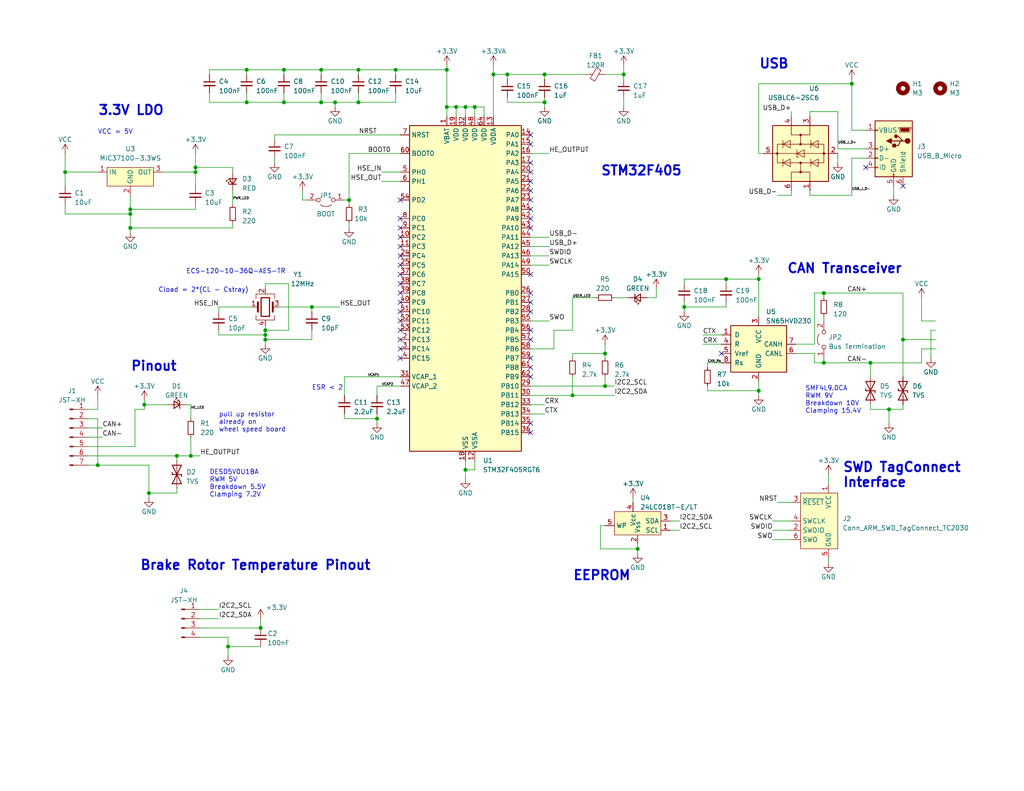
<source format=kicad_sch>
(kicad_sch (version 20231120) (generator "eeschema") (generator_version "8.0")
  (paper "USLetter")
  (title_block (title "SDM-25 Wheel Board") (date "2024-01-16") (rev "v1.2") (company "Sun Devil Motorsports"))
  (lib_symbols
    (symbol "Connector:Conn_01x04_Pin" (pin_names (offset 1.016) hide)
      (property "Reference" "J" (at 0 5.08 0))
      (property "Value" "Conn_01x04_Pin" (at 0 -7.62 0))
      (symbol "Conn_01x04_Pin_1_1"
        (pin passive line (at 5.08 2.54 180) (length 3.81) (name "Pin_1") (number "1"))
        (pin passive line (at 5.08 0 180) (length 3.81) (name "Pin_2") (number "2"))
        (pin passive line (at 5.08 -2.54 180) (length 3.81) (name "Pin_3") (number "3"))
        (pin passive line (at 5.08 -5.08 180) (length 3.81) (name "Pin_4") (number "4"))
      )
    )
    (symbol "Connector:Conn_01x07_Pin" (pin_names (offset 1.016) hide)
      (property "Reference" "J" (at 0 10.16 0))
      (property "Value" "Conn_01x07_Pin" (at 0 -10.16 0))
      (symbol "Conn_01x07_Pin_1_1"
        (pin passive line (at 5.08 7.62 180) (length 3.81) (name "Pin_1") (number "1"))
        (pin passive line (at 5.08 5.08 180) (length 3.81) (name "Pin_2") (number "2"))
        (pin passive line (at 5.08 2.54 180) (length 3.81) (name "Pin_3") (number "3"))
        (pin passive line (at 5.08 0 180) (length 3.81) (name "Pin_4") (number "4"))
        (pin passive line (at 5.08 -2.54 180) (length 3.81) (name "Pin_5") (number "5"))
        (pin passive line (at 5.08 -5.08 180) (length 3.81) (name "Pin_6") (number "6"))
        (pin passive line (at 5.08 -7.62 180) (length 3.81) (name "Pin_7") (number "7"))
      )
    )
    (symbol "Connector:Conn_ARM_SWD_TagConnect_TC2030" (in_bom no)
      (property "Reference" "J" (at 2.54 11.43 0))
      (property "Value" "Conn_ARM_SWD_TagConnect_TC2030" (at 5.08 8.89 0))
      (symbol "Conn_ARM_SWD_TagConnect_TC2030_0_0"
        (pin power_in line (at -2.54 10.16 270) (length 2.54) (name "VCC") (number "1"))
        (pin bidirectional line (at 7.62 -2.54 180) (length 2.54) (name "SWDIO") (number "2"))
        (pin open_collector line (at 7.62 5.08 180) (length 2.54) (name "~{RESET}") (number "3"))
        (pin output line (at 7.62 0 180) (length 2.54) (name "SWCLK") (number "4"))
        (pin power_in line (at -2.54 -10.16 90) (length 2.54) (name "GND") (number "5"))
        (pin input line (at 7.62 -5.08 180) (length 2.54) (name "SWO") (number "6"))
      )
    )
    (symbol "Connector:USB_B_Micro" (pin_names (offset 1.016))
      (property "Reference" "J" (at -5.08 11.43 0))
      (property "Value" "USB_B_Micro" (at -5.08 8.89 0))
      (symbol "USB_B_Micro_1_1"
        (pin power_out line (at 7.62 5.08 180) (length 2.54) (name "VBUS") (number "1"))
        (pin bidirectional line (at 7.62 -2.54 180) (length 2.54) (name "D-") (number "2"))
        (pin bidirectional line (at 7.62 0 180) (length 2.54) (name "D+") (number "3"))
        (pin passive line (at 7.62 -5.08 180) (length 2.54) (name "ID") (number "4"))
        (pin power_out line (at 0 -10.16 90) (length 2.54) (name "GND") (number "5"))
        (pin passive line (at -2.54 -10.16 90) (length 2.54) (name "Shield") (number "6"))
      )
    )
    (symbol "Device:C_Small" (pin_numbers hide) (pin_names (offset 0.254) hide)
      (property "Reference" "C" (at 0.254 1.778 0))
      (property "Value" "C_Small" (at 0.254 -2.032 0))
      (symbol "C_Small_1_1"
        (pin passive line (at 0 2.54 270) (length 2.032) (name "~") (number "1"))
        (pin passive line (at 0 -2.54 90) (length 2.032) (name "~") (number "2"))
      )
    )
    (symbol "Device:Crystal_GND24" (pin_names (offset 1.016) hide)
      (property "Reference" "Y" (at 3.175 5.08 0))
      (property "Value" "Crystal_GND24" (at 3.175 3.175 0))
      (symbol "Crystal_GND24_1_1"
        (pin passive line (at -3.81 0 0) (length 1.27) (name "1") (number "1"))
        (pin passive line (at 0 5.08 270) (length 1.27) (name "2") (number "2"))
        (pin passive line (at 3.81 0 180) (length 1.27) (name "3") (number "3"))
        (pin passive line (at 0 -5.08 90) (length 1.27) (name "4") (number "4"))
      )
    )
    (symbol "Device:D_TVS" (pin_numbers hide) (pin_names (offset 1.016) hide)
      (property "Reference" "D" (at 0 2.54 0))
      (property "Value" "D_TVS" (at 0 -2.54 0))
      (symbol "D_TVS_1_1"
        (pin passive line (at -3.81 0 0) (length 2.54) (name "A1") (number "1"))
        (pin passive line (at 3.81 0 180) (length 2.54) (name "A2") (number "2"))
      )
    )
    (symbol "Device:FerriteBead_Small" (pin_numbers hide) (pin_names (offset 0))
      (property "Reference" "FB" (at 1.905 1.27 0))
      (property "Value" "FerriteBead_Small" (at 1.905 -1.27 0))
      (symbol "FerriteBead_Small_1_1"
        (pin passive line (at 0 2.54 270) (length 1.27) (name "~") (number "1"))
        (pin passive line (at 0 -2.54 90) (length 1.27) (name "~") (number "2"))
      )
    )
    (symbol "Device:LED_Small" (pin_numbers hide) (pin_names (offset 0.254) hide)
      (property "Reference" "D" (at -1.27 3.175 0))
      (property "Value" "LED_Small" (at -4.445 -2.54 0))
      (symbol "LED_Small_1_1"
        (pin passive line (at -2.54 0 0) (length 1.778) (name "K") (number "1"))
        (pin passive line (at 2.54 0 180) (length 1.778) (name "A") (number "2"))
      )
    )
    (symbol "Device:R_Small" (pin_numbers hide) (pin_names (offset 0.254) hide)
      (property "Reference" "R" (at 0.762 0.508 0))
      (property "Value" "R_Small" (at 0.762 -1.016 0))
      (symbol "R_Small_1_1"
        (pin passive line (at 0 2.54 270) (length 0.762) (name "~") (number "1"))
        (pin passive line (at 0 -2.54 90) (length 0.762) (name "~") (number "2"))
      )
    )
    (symbol "Interface_CAN_LIN:SN65HVD230" (pin_names (offset 1.016))
      (property "Reference" "U" (at -2.54 10.16 0))
      (property "Value" "SN65HVD230" (at -2.54 7.62 0))
      (symbol "SN65HVD230_1_1"
        (pin input line (at -10.16 2.54 0) (length 2.54) (name "D") (number "1"))
        (pin power_in line (at 0 -10.16 90) (length 2.54) (name "GND") (number "2"))
        (pin power_in line (at 0 7.62 270) (length 2.54) (name "VCC") (number "3"))
        (pin output line (at -10.16 0 0) (length 2.54) (name "R") (number "4"))
        (pin output line (at -10.16 -2.54 0) (length 2.54) (name "Vref") (number "5"))
        (pin bidirectional line (at 10.16 -2.54 180) (length 2.54) (name "CANL") (number "6"))
        (pin bidirectional line (at 10.16 0 180) (length 2.54) (name "CANH") (number "7"))
        (pin input line (at -10.16 -5.08 0) (length 2.54) (name "Rs") (number "8"))
      )
    )
    (symbol "Jumper:Jumper_2_Open" (pin_names (offset 0) hide)
      (property "Reference" "JP" (at 0 2.794 0))
      (property "Value" "Jumper_2_Open" (at 0 -2.286 0))
      (symbol "Jumper_2_Open_1_1"
        (pin passive line (at -5.08 0 0) (length 2.54) (name "A") (number "1"))
        (pin passive line (at 5.08 0 180) (length 2.54) (name "B") (number "2"))
      )
    )
    (symbol "Library:24LC01BT-x/LT"
      (property "Reference" "U" (at 5.08 1.27 0))
      (property "Value" "24LC01BT-x/LT" (at 10.16 -1.27 0))
      (symbol "24LC01BT-x/LT_1_1"
        (pin input line (at 8.89 -7.62 180) (length 2.54) (name "SCL") (number "1"))
        (pin power_in line (at 0 -11.43 90) (length 2.54) (name "Vss") (number "2"))
        (pin bidirectional line (at 8.89 -5.08 180) (length 2.54) (name "SDA") (number "3"))
        (pin power_in line (at -1.27 0 270) (length 2.54) (name "Vcc") (number "4"))
        (pin input line (at -8.89 -6.35 0) (length 2.54) (name "WP") (number "5"))
      )
    )
    (symbol "Library:MIC37100-3.3WS"
      (property "Reference" "U" (at 0 1.27 0))
      (property "Value" "MIC37100-3.3WS" (at 0 -1.27 0))
      (symbol "MIC37100-3.3WS_1_1"
        (pin power_in line (at -8.89 -3.81 0) (length 2.54) (name "IN") (number "1"))
        (pin power_in line (at 0 -10.16 90) (length 2.54) (name "GND") (number "2"))
        (pin power_out line (at 8.89 -3.81 180) (length 2.54) (name "OUT") (number "3"))
      )
    )
    (symbol "MCU_ST_STM32F4:STM32F405RGTx"
      (property "Reference" "U" (at -15.24 46.99 0))
      (property "Value" "STM32F405RGTx" (at 10.16 46.99 0))
      (symbol "STM32F405RGTx_1_1"
        (pin power_in line (at -5.08 48.26 270) (length 2.54) (name "VBAT") (number "1"))
        (pin bidirectional line (at -17.78 15.24 0) (length 2.54) (name "PC2") (number "10"))
        (pin bidirectional line (at -17.78 12.7 0) (length 2.54) (name "PC3") (number "11"))
        (pin power_in line (at 2.54 -45.72 90) (length 2.54) (name "VSSA") (number "12"))
        (pin power_in line (at 7.62 48.26 270) (length 2.54) (name "VDDA") (number "13"))
        (pin bidirectional line (at 17.78 43.18 180) (length 2.54) (name "PA0") (number "14"))
        (pin bidirectional line (at 17.78 40.64 180) (length 2.54) (name "PA1") (number "15"))
        (pin bidirectional line (at 17.78 38.1 180) (length 2.54) (name "PA2") (number "16"))
        (pin bidirectional line (at 17.78 35.56 180) (length 2.54) (name "PA3") (number "17"))
        (pin power_in line (at 0 -45.72 90) (length 2.54) (name "VSS") (number "18"))
        (pin power_in line (at -2.54 48.26 270) (length 2.54) (name "VDD") (number "19"))
        (pin bidirectional line (at -17.78 -12.7 0) (length 2.54) (name "PC13") (number "2"))
        (pin bidirectional line (at 17.78 33.02 180) (length 2.54) (name "PA4") (number "20"))
        (pin bidirectional line (at 17.78 30.48 180) (length 2.54) (name "PA5") (number "21"))
        (pin bidirectional line (at 17.78 27.94 180) (length 2.54) (name "PA6") (number "22"))
        (pin bidirectional line (at 17.78 25.4 180) (length 2.54) (name "PA7") (number "23"))
        (pin bidirectional line (at -17.78 10.16 0) (length 2.54) (name "PC4") (number "24"))
        (pin bidirectional line (at -17.78 7.62 0) (length 2.54) (name "PC5") (number "25"))
        (pin bidirectional line (at 17.78 0 180) (length 2.54) (name "PB0") (number "26"))
        (pin bidirectional line (at 17.78 -2.54 180) (length 2.54) (name "PB1") (number "27"))
        (pin bidirectional line (at 17.78 -5.08 180) (length 2.54) (name "PB2") (number "28"))
        (pin bidirectional line (at 17.78 -25.4 180) (length 2.54) (name "PB10") (number "29"))
        (pin bidirectional line (at -17.78 -15.24 0) (length 2.54) (name "PC14") (number "3"))
        (pin bidirectional line (at 17.78 -27.94 180) (length 2.54) (name "PB11") (number "30"))
        (pin power_out line (at -17.78 -22.86 0) (length 2.54) (name "VCAP_1") (number "31"))
        (pin power_in line (at 0 48.26 270) (length 2.54) (name "VDD") (number "32"))
        (pin bidirectional line (at 17.78 -30.48 180) (length 2.54) (name "PB12") (number "33"))
        (pin bidirectional line (at 17.78 -33.02 180) (length 2.54) (name "PB13") (number "34"))
        (pin bidirectional line (at 17.78 -35.56 180) (length 2.54) (name "PB14") (number "35"))
        (pin bidirectional line (at 17.78 -38.1 180) (length 2.54) (name "PB15") (number "36"))
        (pin bidirectional line (at -17.78 5.08 0) (length 2.54) (name "PC6") (number "37"))
        (pin bidirectional line (at -17.78 2.54 0) (length 2.54) (name "PC7") (number "38"))
        (pin bidirectional line (at -17.78 0 0) (length 2.54) (name "PC8") (number "39"))
        (pin bidirectional line (at -17.78 -17.78 0) (length 2.54) (name "PC15") (number "4"))
        (pin bidirectional line (at -17.78 -2.54 0) (length 2.54) (name "PC9") (number "40"))
        (pin bidirectional line (at 17.78 22.86 180) (length 2.54) (name "PA8") (number "41"))
        (pin bidirectional line (at 17.78 20.32 180) (length 2.54) (name "PA9") (number "42"))
        (pin bidirectional line (at 17.78 17.78 180) (length 2.54) (name "PA10") (number "43"))
        (pin bidirectional line (at 17.78 15.24 180) (length 2.54) (name "PA11") (number "44"))
        (pin bidirectional line (at 17.78 12.7 180) (length 2.54) (name "PA12") (number "45"))
        (pin bidirectional line (at 17.78 10.16 180) (length 2.54) (name "PA13") (number "46"))
        (pin power_out line (at -17.78 -25.4 0) (length 2.54) (name "VCAP_2") (number "47"))
        (pin power_in line (at 2.54 48.26 270) (length 2.54) (name "VDD") (number "48"))
        (pin bidirectional line (at 17.78 7.62 180) (length 2.54) (name "PA14") (number "49"))
        (pin bidirectional line (at -17.78 33.02 0) (length 2.54) (name "PH0") (number "5"))
        (pin bidirectional line (at 17.78 5.08 180) (length 2.54) (name "PA15") (number "50"))
        (pin bidirectional line (at -17.78 -5.08 0) (length 2.54) (name "PC10") (number "51"))
        (pin bidirectional line (at -17.78 -7.62 0) (length 2.54) (name "PC11") (number "52"))
        (pin bidirectional line (at -17.78 -10.16 0) (length 2.54) (name "PC12") (number "53"))
        (pin bidirectional line (at -17.78 25.4 0) (length 2.54) (name "PD2") (number "54"))
        (pin bidirectional line (at 17.78 -7.62 180) (length 2.54) (name "PB3") (number "55"))
        (pin bidirectional line (at 17.78 -10.16 180) (length 2.54) (name "PB4") (number "56"))
        (pin bidirectional line (at 17.78 -12.7 180) (length 2.54) (name "PB5") (number "57"))
        (pin bidirectional line (at 17.78 -15.24 180) (length 2.54) (name "PB6") (number "58"))
        (pin bidirectional line (at 17.78 -17.78 180) (length 2.54) (name "PB7") (number "59"))
        (pin bidirectional line (at -17.78 30.48 0) (length 2.54) (name "PH1") (number "6"))
        (pin input line (at -17.78 38.1 0) (length 2.54) (name "BOOT0") (number "60"))
        (pin bidirectional line (at 17.78 -20.32 180) (length 2.54) (name "PB8") (number "61"))
        (pin bidirectional line (at 17.78 -22.86 180) (length 2.54) (name "PB9") (number "62"))
        (pin passive line (at 0 -45.72 90) (length 2.54) hide (name "VSS") (number "63"))
        (pin power_in line (at 5.08 48.26 270) (length 2.54) (name "VDD") (number "64"))
        (pin input line (at -17.78 43.18 0) (length 2.54) (name "NRST") (number "7"))
        (pin bidirectional line (at -17.78 20.32 0) (length 2.54) (name "PC0") (number "8"))
        (pin bidirectional line (at -17.78 17.78 0) (length 2.54) (name "PC1") (number "9"))
      )
    )
    (symbol "Mechanical:MountingHole" (pin_names (offset 1.016))
      (property "Reference" "H" (at 0 5.08 0))
      (property "Value" "MountingHole" (at 0 3.175 0))
    )
    (symbol "Power_Protection:USBLC6-2SC6" (pin_names hide)
      (property "Reference" "U" (at 2.54 8.89 0))
      (property "Value" "USBLC6-2SC6" (at 2.54 -8.89 0))
      (symbol "USBLC6-2SC6_1_1"
        (pin passive line (at -10.16 -2.54 0) (length 2.54) (name "I/O1") (number "1"))
        (pin passive line (at 0 -10.16 90) (length 2.54) (name "GND") (number "2"))
        (pin passive line (at 10.16 -2.54 180) (length 2.54) (name "I/O2") (number "3"))
        (pin passive line (at 10.16 2.54 180) (length 2.54) (name "I/O2") (number "4"))
        (pin passive line (at 0 10.16 270) (length 2.54) (name "VBUS") (number "5"))
        (pin passive line (at -10.16 2.54 0) (length 2.54) (name "I/O1") (number "6"))
      )
    )
    (symbol "power:+3.3V" (power) (pin_names (offset 0))
      (property "Value" "+3.3V" (at 0 3.556 0))
      (symbol "+3.3V_1_1"
        (pin power_in line (at 0 0 90) (length 0) hide (name "+3.3V") (number "1"))
      )
    )
    (symbol "power:+3.3VA" (power) (pin_names (offset 0))
      (property "Value" "+3.3VA" (at 0 3.556 0))
      (symbol "+3.3VA_1_1"
        (pin power_in line (at 0 0 90) (length 0) hide (name "+3.3VA") (number "1"))
      )
    )
    (symbol "power:GND" (power) (pin_names (offset 0))
      (property "Value" "GND" (at 0 -3.81 0))
      (symbol "GND_1_1"
        (pin power_in line (at 0 0 270) (length 0) hide (name "GND") (number "1"))
      )
    )
    (symbol "power:VCC" (power) (pin_names (offset 0))
      (property "Value" "VCC" (at 0 3.81 0))
      (symbol "VCC_1_1"
        (pin power_in line (at 0 0 90) (length 0) hide (name "VCC") (number "1"))
      )
    )
  )
  (junction (at 237.49 99.06))
  (junction (at 170.18 20.32))
  (junction (at 87.63 19.05))
  (junction (at 207.01 106.68))
  (junction (at 134.62 20.32))
  (junction (at 232.41 22.86))
  (junction (at 71.12 171.45))
  (junction (at 17.78 46.99))
  (junction (at 165.1 96.52))
  (junction (at 246.38 92.71))
  (junction (at 48.26 124.46))
  (junction (at 186.69 83.82))
  (junction (at 91.44 27.94))
  (junction (at 39.37 110.49))
  (junction (at 35.56 58.42))
  (junction (at 52.07 124.46))
  (junction (at 72.39 92.71))
  (junction (at 242.57 111.76))
  (junction (at 121.92 29.21))
  (junction (at 53.34 46.99))
  (junction (at 62.23 176.53))
  (junction (at 102.87 114.3))
  (junction (at 85.09 83.82))
  (junction (at 97.79 19.05))
  (junction (at 72.39 90.17))
  (junction (at 97.79 27.94))
  (junction (at 198.12 76.2))
  (junction (at 207.01 76.2))
  (junction (at 35.56 62.23))
  (junction (at 35.56 57.15))
  (junction (at 156.21 107.95))
  (junction (at 224.79 80.01))
  (junction (at 165.1 105.41))
  (junction (at 67.31 27.94))
  (junction (at 148.59 20.32))
  (junction (at 72.39 91.44))
  (junction (at 77.47 27.94))
  (junction (at 127 128.27))
  (junction (at 87.63 27.94))
  (junction (at 124.46 29.21))
  (junction (at 127 29.21))
  (junction (at 40.64 134.62))
  (junction (at 67.31 19.05))
  (junction (at 107.95 19.05))
  (junction (at 53.34 45.72))
  (junction (at 224.79 99.06))
  (junction (at 26.67 127))
  (junction (at 173.99 149.86))
  (junction (at 121.92 19.05))
  (junction (at 138.43 20.32))
  (junction (at 148.59 27.94))
  (junction (at 77.47 19.05))
  (junction (at 129.54 29.21))
  (junction (at 95.25 54.61))
  (no_connect (at 109.22 72.39))
  (no_connect (at 144.78 46.99))
  (no_connect (at 144.78 118.11))
  (no_connect (at 144.78 82.55))
  (no_connect (at 109.22 69.85))
  (no_connect (at 109.22 85.09))
  (no_connect (at 144.78 92.71))
  (no_connect (at 144.78 54.61))
  (no_connect (at 109.22 77.47))
  (no_connect (at 144.78 52.07))
  (no_connect (at 109.22 64.77))
  (no_connect (at 246.38 50.8))
  (no_connect (at 144.78 100.33))
  (no_connect (at 109.22 95.25))
  (no_connect (at 236.22 45.72))
  (no_connect (at 196.85 96.52))
  (no_connect (at 144.78 97.79))
  (no_connect (at 109.22 59.69))
  (no_connect (at 109.22 90.17))
  (no_connect (at 144.78 90.17))
  (no_connect (at 144.78 57.15))
  (no_connect (at 144.78 80.01))
  (no_connect (at 144.78 102.87))
  (no_connect (at 109.22 67.31))
  (no_connect (at 109.22 54.61))
  (no_connect (at 109.22 80.01))
  (no_connect (at 144.78 115.57))
  (no_connect (at 144.78 62.23))
  (no_connect (at 144.78 36.83))
  (no_connect (at 144.78 85.09))
  (no_connect (at 144.78 39.37))
  (no_connect (at 109.22 82.55))
  (no_connect (at 144.78 49.53))
  (no_connect (at 144.78 59.69))
  (no_connect (at 109.22 92.71))
  (no_connect (at 109.22 87.63))
  (no_connect (at 144.78 74.93))
  (no_connect (at 109.22 62.23))
  (no_connect (at 144.78 44.45))
  (no_connect (at 109.22 97.79))
  (no_connect (at 109.22 74.93))
  (wire (pts (xy 74.93 38.1) (xy 74.93 36.83)))
  (wire (pts (xy 134.62 20.32) (xy 134.62 31.75)))
  (wire (pts (xy 186.69 82.55) (xy 186.69 83.82)))
  (wire (pts (xy 24.13 111.76) (xy 26.67 111.76)))
  (wire (pts (xy 170.18 21.59) (xy 170.18 20.32)))
  (wire (pts (xy 198.12 76.2) (xy 207.01 76.2)))
  (wire (pts (xy 144.78 41.91) (xy 149.86 41.91)))
  (wire (pts (xy 222.25 99.06) (xy 222.25 96.52)))
  (wire (pts (xy 144.78 69.85) (xy 149.86 69.85)))
  (wire (pts (xy 163.83 143.51) (xy 163.83 149.86)))
  (wire (pts (xy 72.39 92.71) (xy 72.39 93.98)))
  (wire (pts (xy 232.41 35.56) (xy 232.41 22.86)))
  (wire (pts (xy 236.22 43.18) (xy 232.41 43.18)))
  (wire (pts (xy 17.78 55.88) (xy 17.78 58.42)))
  (wire (pts (xy 24.13 124.46) (xy 48.26 124.46)))
  (wire (pts (xy 102.87 113.03) (xy 102.87 114.3)))
  (wire (pts (xy 207.01 104.14) (xy 207.01 106.68)))
  (wire (pts (xy 179.07 78.74) (xy 179.07 81.28)))
  (wire (pts (xy 138.43 27.94) (xy 148.59 27.94)))
  (wire (pts (xy 44.45 46.99) (xy 53.34 46.99)))
  (wire (pts (xy 93.98 114.3) (xy 102.87 114.3)))
  (wire (pts (xy 144.78 87.63) (xy 149.86 87.63)))
  (wire (pts (xy 95.25 60.96) (xy 95.25 62.23)))
  (wire (pts (xy 93.98 54.61) (xy 95.25 54.61)))
  (wire (pts (xy 57.15 20.32) (xy 57.15 19.05)))
  (wire (pts (xy 63.5 62.23) (xy 35.56 62.23)))
  (wire (pts (xy 77.47 20.32) (xy 77.47 19.05)))
  (wire (pts (xy 104.14 49.53) (xy 109.22 49.53)))
  (wire (pts (xy 36.83 121.92) (xy 36.83 111.76)))
  (wire (pts (xy 52.07 119.38) (xy 52.07 124.46)))
  (wire (pts (xy 156.21 81.28) (xy 162.56 81.28)))
  (wire (pts (xy 210.82 142.24) (xy 215.9 142.24)))
  (wire (pts (xy 97.79 27.94) (xy 91.44 27.94)))
  (wire (pts (xy 36.83 111.76) (xy 39.37 111.76)))
  (wire (pts (xy 193.04 106.68) (xy 207.01 106.68)))
  (wire (pts (xy 26.67 111.76) (xy 26.67 107.95)))
  (wire (pts (xy 170.18 17.78) (xy 170.18 20.32)))
  (wire (pts (xy 242.57 111.76) (xy 242.57 115.57)))
  (wire (pts (xy 53.34 45.72) (xy 53.34 46.99)))
  (wire (pts (xy 59.69 91.44) (xy 72.39 91.44)))
  (wire (pts (xy 182.88 142.24) (xy 185.42 142.24)))
  (wire (pts (xy 59.69 85.09) (xy 59.69 83.82)))
  (wire (pts (xy 129.54 31.75) (xy 129.54 29.21)))
  (wire (pts (xy 212.09 137.16) (xy 215.9 137.16)))
  (wire (pts (xy 97.79 20.32) (xy 97.79 19.05)))
  (wire (pts (xy 215.9 52.07) (xy 215.9 53.34)))
  (wire (pts (xy 52.07 124.46) (xy 54.61 124.46)))
  (wire (pts (xy 198.12 83.82) (xy 186.69 83.82)))
  (wire (pts (xy 57.15 19.05) (xy 67.31 19.05)))
  (wire (pts (xy 193.04 99.06) (xy 193.04 100.33)))
  (wire (pts (xy 210.82 147.32) (xy 215.9 147.32)))
  (wire (pts (xy 35.56 58.42) (xy 35.56 62.23)))
  (wire (pts (xy 104.14 46.99) (xy 109.22 46.99)))
  (wire (pts (xy 17.78 58.42) (xy 35.56 58.42)))
  (wire (pts (xy 107.95 20.32) (xy 107.95 19.05)))
  (wire (pts (xy 191.77 93.98) (xy 196.85 93.98)))
  (wire (pts (xy 224.79 80.01) (xy 246.38 80.01)))
  (wire (pts (xy 93.98 102.87) (xy 93.98 107.95)))
  (wire (pts (xy 226.06 129.54) (xy 226.06 132.08)))
  (wire (pts (xy 53.34 41.91) (xy 53.34 45.72)))
  (wire (pts (xy 78.74 90.17) (xy 78.74 77.47)))
  (wire (pts (xy 163.83 149.86) (xy 173.99 149.86)))
  (wire (pts (xy 77.47 19.05) (xy 87.63 19.05)))
  (wire (pts (xy 127 31.75) (xy 127 29.21)))
  (wire (pts (xy 144.78 95.25) (xy 151.13 95.25)))
  (wire (pts (xy 17.78 46.99) (xy 26.67 46.99)))
  (wire (pts (xy 53.34 55.88) (xy 53.34 57.15)))
  (wire (pts (xy 138.43 20.32) (xy 134.62 20.32)))
  (wire (pts (xy 144.78 67.31) (xy 149.86 67.31)))
  (wire (pts (xy 63.5 62.23) (xy 63.5 60.96)))
  (wire (pts (xy 237.49 110.49) (xy 237.49 111.76)))
  (wire (pts (xy 77.47 25.4) (xy 77.47 27.94)))
  (wire (pts (xy 148.59 26.67) (xy 148.59 27.94)))
  (wire (pts (xy 220.98 30.48) (xy 228.6 30.48)))
  (wire (pts (xy 151.13 90.17) (xy 156.21 90.17)))
  (wire (pts (xy 222.25 80.01) (xy 222.25 93.98)))
  (wire (pts (xy 40.64 127) (xy 40.64 134.62)))
  (wire (pts (xy 228.6 30.48) (xy 228.6 40.64)))
  (wire (pts (xy 85.09 92.71) (xy 72.39 92.71)))
  (wire (pts (xy 48.26 124.46) (xy 52.07 124.46)))
  (wire (pts (xy 127 29.21) (xy 129.54 29.21)))
  (wire (pts (xy 72.39 88.9) (xy 72.39 90.17)))
  (wire (pts (xy 144.78 110.49) (xy 148.59 110.49)))
  (wire (pts (xy 207.01 41.91) (xy 207.01 22.86)))
  (wire (pts (xy 138.43 26.67) (xy 138.43 27.94)))
  (wire (pts (xy 144.78 72.39) (xy 149.86 72.39)))
  (wire (pts (xy 156.21 97.79) (xy 156.21 96.52)))
  (wire (pts (xy 144.78 105.41) (xy 165.1 105.41)))
  (wire (pts (xy 222.25 96.52) (xy 217.17 96.52)))
  (wire (pts (xy 121.92 19.05) (xy 121.92 29.21)))
  (wire (pts (xy 35.56 57.15) (xy 35.56 58.42)))
  (wire (pts (xy 62.23 173.99) (xy 62.23 176.53)))
  (wire (pts (xy 165.1 96.52) (xy 165.1 97.79)))
  (wire (pts (xy 40.64 135.89) (xy 40.64 134.62)))
  (wire (pts (xy 53.34 46.99) (xy 53.34 50.8)))
  (wire (pts (xy 48.26 134.62) (xy 40.64 134.62)))
  (wire (pts (xy 50.8 110.49) (xy 52.07 110.49)))
  (wire (pts (xy 129.54 125.73) (xy 129.54 128.27)))
  (wire (pts (xy 95.25 55.88) (xy 95.25 54.61)))
  (wire (pts (xy 222.25 93.98) (xy 217.17 93.98)))
  (wire (pts (xy 156.21 90.17) (xy 156.21 81.28)))
  (wire (pts (xy 236.22 35.56) (xy 232.41 35.56)))
  (wire (pts (xy 52.07 110.49) (xy 52.07 114.3)))
  (wire (pts (xy 134.62 17.78) (xy 134.62 20.32)))
  (wire (pts (xy 85.09 90.17) (xy 85.09 92.71)))
  (wire (pts (xy 124.46 31.75) (xy 124.46 29.21)))
  (wire (pts (xy 193.04 105.41) (xy 193.04 106.68)))
  (wire (pts (xy 85.09 83.82) (xy 76.2 83.82)))
  (wire (pts (xy 127 128.27) (xy 127 130.81)))
  (wire (pts (xy 97.79 25.4) (xy 97.79 27.94)))
  (wire (pts (xy 67.31 19.05) (xy 77.47 19.05)))
  (wire (pts (xy 255.27 90.17) (xy 254 90.17)))
  (wire (pts (xy 74.93 36.83) (xy 109.22 36.83)))
  (wire (pts (xy 243.84 50.8) (xy 243.84 53.34)))
  (wire (pts (xy 72.39 90.17) (xy 78.74 90.17)))
  (wire (pts (xy 63.5 45.72) (xy 53.34 45.72)))
  (wire (pts (xy 24.13 116.84) (xy 27.94 116.84)))
  (wire (pts (xy 220.98 30.48) (xy 220.98 31.75)))
  (wire (pts (xy 87.63 19.05) (xy 97.79 19.05)))
  (wire (pts (xy 251.46 99.06) (xy 237.49 99.06)))
  (wire (pts (xy 224.79 81.28) (xy 224.79 80.01)))
  (wire (pts (xy 107.95 27.94) (xy 97.79 27.94)))
  (wire (pts (xy 102.87 107.95) (xy 102.87 105.41)))
  (wire (pts (xy 207.01 106.68) (xy 207.01 107.95)))
  (wire (pts (xy 186.69 76.2) (xy 198.12 76.2)))
  (wire (pts (xy 72.39 90.17) (xy 72.39 91.44)))
  (wire (pts (xy 67.31 25.4) (xy 67.31 27.94)))
  (wire (pts (xy 246.38 92.71) (xy 246.38 80.01)))
  (wire (pts (xy 102.87 115.57) (xy 102.87 114.3)))
  (wire (pts (xy 208.28 41.91) (xy 207.01 41.91)))
  (wire (pts (xy 191.77 91.44) (xy 196.85 91.44)))
  (wire (pts (xy 85.09 83.82) (xy 92.71 83.82)))
  (wire (pts (xy 85.09 85.09) (xy 85.09 83.82)))
  (wire (pts (xy 222.25 99.06) (xy 224.79 99.06)))
  (wire (pts (xy 196.85 99.06) (xy 193.04 99.06)))
  (wire (pts (xy 182.88 144.78) (xy 185.42 144.78)))
  (wire (pts (xy 246.38 92.71) (xy 255.27 92.71)))
  (wire (pts (xy 24.13 119.38) (xy 27.94 119.38)))
  (wire (pts (xy 220.98 52.07) (xy 220.98 53.34)))
  (wire (pts (xy 224.79 97.79) (xy 224.79 99.06)))
  (wire (pts (xy 91.44 27.94) (xy 91.44 29.21)))
  (wire (pts (xy 71.12 168.91) (xy 71.12 171.45)))
  (wire (pts (xy 53.34 57.15) (xy 35.56 57.15)))
  (wire (pts (xy 87.63 27.94) (xy 91.44 27.94)))
  (wire (pts (xy 170.18 26.67) (xy 170.18 29.21)))
  (wire (pts (xy 26.67 114.3) (xy 26.67 127)))
  (wire (pts (xy 132.08 31.75) (xy 132.08 29.21)))
  (wire (pts (xy 127 128.27) (xy 129.54 128.27)))
  (wire (pts (xy 173.99 149.86) (xy 173.99 151.13)))
  (wire (pts (xy 72.39 91.44) (xy 72.39 92.71)))
  (wire (pts (xy 107.95 19.05) (xy 121.92 19.05)))
  (wire (pts (xy 232.41 22.86) (xy 232.41 21.59)))
  (wire (pts (xy 77.47 27.94) (xy 87.63 27.94)))
  (wire (pts (xy 156.21 107.95) (xy 167.64 107.95)))
  (wire (pts (xy 24.13 114.3) (xy 26.67 114.3)))
  (wire (pts (xy 148.59 20.32) (xy 160.02 20.32)))
  (wire (pts (xy 228.6 40.64) (xy 236.22 40.64)))
  (wire (pts (xy 67.31 20.32) (xy 67.31 19.05)))
  (wire (pts (xy 82.55 52.07) (xy 82.55 54.61)))
  (wire (pts (xy 67.31 27.94) (xy 77.47 27.94)))
  (wire (pts (xy 54.61 166.37) (xy 59.69 166.37)))
  (wire (pts (xy 63.5 52.07) (xy 63.5 55.88)))
  (wire (pts (xy 57.15 25.4) (xy 57.15 27.94)))
  (wire (pts (xy 226.06 152.4) (xy 226.06 153.67)))
  (wire (pts (xy 222.25 80.01) (xy 224.79 80.01)))
  (wire (pts (xy 107.95 25.4) (xy 107.95 27.94)))
  (wire (pts (xy 179.07 81.28) (xy 176.53 81.28)))
  (wire (pts (xy 207.01 74.93) (xy 207.01 76.2)))
  (wire (pts (xy 132.08 29.21) (xy 129.54 29.21)))
  (wire (pts (xy 212.09 53.34) (xy 215.9 53.34)))
  (wire (pts (xy 232.41 43.18) (xy 232.41 53.34)))
  (wire (pts (xy 48.26 125.73) (xy 48.26 124.46)))
  (wire (pts (xy 54.61 171.45) (xy 71.12 171.45)))
  (wire (pts (xy 74.93 43.18) (xy 74.93 44.45)))
  (wire (pts (xy 228.6 41.91) (xy 228.6 44.45)))
  (wire (pts (xy 207.01 22.86) (xy 232.41 22.86)))
  (wire (pts (xy 254 90.17) (xy 254 97.79)))
  (wire (pts (xy 71.12 176.53) (xy 62.23 176.53)))
  (wire (pts (xy 82.55 54.61) (xy 83.82 54.61)))
  (wire (pts (xy 59.69 90.17) (xy 59.69 91.44)))
  (wire (pts (xy 156.21 102.87) (xy 156.21 107.95)))
  (wire (pts (xy 87.63 25.4) (xy 87.63 27.94)))
  (wire (pts (xy 72.39 77.47) (xy 72.39 78.74)))
  (wire (pts (xy 210.82 144.78) (xy 215.9 144.78)))
  (wire (pts (xy 144.78 107.95) (xy 156.21 107.95)))
  (wire (pts (xy 246.38 102.87) (xy 246.38 92.71)))
  (wire (pts (xy 144.78 113.03) (xy 148.59 113.03)))
  (wire (pts (xy 109.22 102.87) (xy 93.98 102.87)))
  (wire (pts (xy 57.15 27.94) (xy 67.31 27.94)))
  (wire (pts (xy 255.27 95.25) (xy 251.46 95.25)))
  (wire (pts (xy 63.5 46.99) (xy 63.5 45.72)))
  (wire (pts (xy 151.13 95.25) (xy 151.13 90.17)))
  (wire (pts (xy 102.87 105.41) (xy 109.22 105.41)))
  (wire (pts (xy 165.1 102.87) (xy 165.1 105.41)))
  (wire (pts (xy 156.21 96.52) (xy 165.1 96.52)))
  (wire (pts (xy 242.57 111.76) (xy 246.38 111.76)))
  (wire (pts (xy 165.1 143.51) (xy 163.83 143.51)))
  (wire (pts (xy 255.27 87.63) (xy 251.46 87.63)))
  (wire (pts (xy 97.79 19.05) (xy 107.95 19.05)))
  (wire (pts (xy 95.25 41.91) (xy 95.25 54.61)))
  (wire (pts (xy 54.61 173.99) (xy 62.23 173.99)))
  (wire (pts (xy 48.26 133.35) (xy 48.26 134.62)))
  (wire (pts (xy 17.78 46.99) (xy 17.78 50.8)))
  (wire (pts (xy 121.92 29.21) (xy 121.92 31.75)))
  (wire (pts (xy 172.72 135.89) (xy 172.72 137.16)))
  (wire (pts (xy 148.59 27.94) (xy 148.59 29.21)))
  (wire (pts (xy 93.98 113.03) (xy 93.98 114.3)))
  (wire (pts (xy 215.9 30.48) (xy 215.9 31.75)))
  (wire (pts (xy 224.79 99.06) (xy 237.49 99.06)))
  (wire (pts (xy 165.1 93.98) (xy 165.1 96.52)))
  (wire (pts (xy 198.12 82.55) (xy 198.12 83.82)))
  (wire (pts (xy 78.74 77.47) (xy 72.39 77.47)))
  (wire (pts (xy 17.78 41.91) (xy 17.78 46.99)))
  (wire (pts (xy 148.59 20.32) (xy 138.43 20.32)))
  (wire (pts (xy 35.56 63.5) (xy 35.56 62.23)))
  (wire (pts (xy 26.67 127) (xy 40.64 127)))
  (wire (pts (xy 87.63 20.32) (xy 87.63 19.05)))
  (wire (pts (xy 144.78 64.77) (xy 149.86 64.77)))
  (wire (pts (xy 237.49 111.76) (xy 242.57 111.76)))
  (wire (pts (xy 173.99 148.59) (xy 173.99 149.86)))
  (wire (pts (xy 165.1 105.41) (xy 167.64 105.41)))
  (wire (pts (xy 62.23 176.53) (xy 62.23 179.07)))
  (wire (pts (xy 127 125.73) (xy 127 128.27)))
  (wire (pts (xy 109.22 41.91) (xy 95.25 41.91)))
  (wire (pts (xy 39.37 110.49) (xy 39.37 111.76)))
  (wire (pts (xy 207.01 76.2) (xy 207.01 86.36)))
  (wire (pts (xy 35.56 53.34) (xy 35.56 57.15)))
  (wire (pts (xy 138.43 21.59) (xy 138.43 20.32)))
  (wire (pts (xy 232.41 53.34) (xy 220.98 53.34)))
  (wire (pts (xy 186.69 83.82) (xy 186.69 85.09)))
  (wire (pts (xy 237.49 102.87) (xy 237.49 99.06)))
  (wire (pts (xy 24.13 127) (xy 26.67 127)))
  (wire (pts (xy 59.69 83.82) (xy 68.58 83.82)))
  (wire (pts (xy 246.38 110.49) (xy 246.38 111.76)))
  (wire (pts (xy 186.69 77.47) (xy 186.69 76.2)))
  (wire (pts (xy 251.46 87.63) (xy 251.46 81.28)))
  (wire (pts (xy 54.61 168.91) (xy 59.69 168.91)))
  (wire (pts (xy 39.37 110.49) (xy 45.72 110.49)))
  (wire (pts (xy 121.92 17.78) (xy 121.92 19.05)))
  (wire (pts (xy 167.64 81.28) (xy 171.45 81.28)))
  (wire (pts (xy 224.79 86.36) (xy 224.79 87.63)))
  (wire (pts (xy 148.59 21.59) (xy 148.59 20.32)))
  (wire (pts (xy 24.13 121.92) (xy 36.83 121.92)))
  (wire (pts (xy 124.46 29.21) (xy 127 29.21)))
  (wire (pts (xy 170.18 20.32) (xy 165.1 20.32)))
  (wire (pts (xy 121.92 29.21) (xy 124.46 29.21)))
  (wire (pts (xy 198.12 77.47) (xy 198.12 76.2)))
  (wire (pts (xy 251.46 95.25) (xy 251.46 99.06)))
  (wire (pts (xy 39.37 109.22) (xy 39.37 110.49)))
  (text "SWD TagConnect\nInterface" (at 229.87 133.35 0) (effects (font (size 2.56 2.56) (thickness 0.512) (bold yes)) (justify left bottom)))
  (text "Brake Rotor Temperature Pinout" (at 38.1 155.956 0) (effects (font (size 2.56 2.56) (thickness 0.512) (bold yes)) (justify left bottom)))
  (text "EEPROM" (at 156.21 158.75 0) (effects (font (size 2.56 2.56) (thickness 0.512) (bold yes)) (justify left bottom)))
  (text "USB" (at 207.01 19.05 0) (effects (font (size 2.56 2.56) (thickness 0.512) (bold yes)) (justify left bottom)))
  (text "DESD5V0U1BA\nRWM 5V\nBreakdown 5.5V\nClamping 7.2V" (at 57.15 135.89 0) (effects (font (size 1.27 1.27)) (justify left bottom)))
  (text "pull up resistor\nalready on\nwheel speed board" (at 59.69 118.11 0) (effects (font (size 1.27 1.27)) (justify left bottom)))
  (text "STM32F405" (at 163.83 48.26 0) (effects (font (size 2.56 2.56) (thickness 0.512) (bold yes)) (justify left bottom)))
  (text "ESR < 2" (at 85.09 106.68 0) (effects (font (size 1.27 1.27)) (justify left bottom)))
  (text "ECS-120-10-36Q-AES-TR" (at 50.8 74.93 0) (effects (font (size 1.27 1.27)) (justify left bottom)))
  (text "VCC = 5V\n" (at 26.67 36.83 0) (effects (font (size 1.27 1.27)) (justify left bottom)))
  (text "Pinout" (at 35.56 101.6 0) (effects (font (size 2.56 2.56) (thickness 0.512) (bold yes)) (justify left bottom)))
  (text "SMF4L9.0CA\nRWM 9V\nBreakdown 10V\nClamping 15.4V" (at 219.71 113.03 0) (effects (font (size 1.27 1.27)) (justify left bottom)))
  (text "3.3V LDO" (at 26.67 31.75 0) (effects (font (size 2.56 2.56) (thickness 0.512) (bold yes)) (justify left bottom)))
  (text "Cload = 2*(CL - Cstray)" (at 43.18 80.01 0) (effects (font (size 1.27 1.27)) (justify left bottom)))
  (text "CAN Transceiver" (at 214.63 74.93 0) (effects (font (size 2.56 2.56) (thickness 0.512) (bold yes)) (justify left bottom)))
  (label "CTX" (at 148.59 113.03 0))
  (label "SWDIO" (at 149.86 69.85 0))
  (label "HE_OUTPUT" (at 54.61 124.46 0))
  (label "I2C2_SDA" (at 185.42 142.24 0))
  (label "HSE_OUT" (at 104.14 49.53 180))
  (label "CRX" (at 191.77 93.98 0))
  (label "USB_D-" (at 212.09 53.34 180))
  (label "I2C2_SDA" (at 167.64 107.95 0))
  (label "USB_J_D+" (at 228.6 39.37 0) (effects (font (size 0.65 0.65))))
  (label "CAN_Rs" (at 193.04 99.06 0) (effects (font (size 0.65 0.65))))
  (label "CAN-" (at 27.94 119.38 0))
  (label "CAN+" (at 231.14 80.01 0))
  (label "SWCLK" (at 149.86 72.39 0))
  (label "USB_D+" (at 149.86 67.31 0))
  (label "VCAP2" (at 104.14 105.41 0) (effects (font (size 0.65 0.65))))
  (label "USB_J_D-" (at 232.41 52.07 0) (effects (font (size 0.65 0.65))))
  (label "HE_OUTPUT" (at 149.86 41.91 0))
  (label "I2C2_SCL" (at 59.69 166.37 0))
  (label "HSE_IN" (at 59.69 83.82 180))
  (label "HSE_OUT" (at 92.71 83.82 0))
  (label "SWDIO" (at 210.82 144.78 180))
  (label "I2C2_SDA" (at 59.69 168.91 0))
  (label "SWO" (at 210.82 147.32 180))
  (label "CAN-" (at 231.14 99.06 0))
  (label "HSE_IN" (at 104.14 46.99 180))
  (label "SWCLK" (at 210.82 142.24 180))
  (label "CAN+" (at 27.94 116.84 0))
  (label "I2C2_SCL" (at 167.64 105.41 0))
  (label "CTX" (at 191.77 91.44 0))
  (label "USB_D-" (at 149.86 64.77 0))
  (label "USER_LED" (at 156.21 81.28 0) (effects (font (size 0.65 0.65))))
  (label "BOOT0" (at 100.33 41.91 0))
  (label "CRX" (at 148.59 110.49 0))
  (label "I2C2_SCL" (at 185.42 144.78 0))
  (label "PWR_LED" (at 63.5 54.61 0) (effects (font (size 0.65 0.65))))
  (label "VCAP1" (at 100.33 102.87 0) (effects (font (size 0.65 0.65))))
  (label "NRST" (at 102.87 36.83 180))
  (label "HE_LED" (at 52.07 111.76 0) (effects (font (size 0.64 0.64))))
  (label "SWO" (at 149.86 87.63 0))
  (label "NRST" (at 212.09 137.16 180))
  (label "USB_D+" (at 215.9 30.48 180))
  (symbol (lib_id "power:GND") (at 186.69 85.09 0) (unit 1)
    (property "Reference" "#PWR024" (effects (hide yes)))
    (property "Value" "GND" (at 186.69 88.9 0))
  )
  (symbol (lib_id "Device:C_Small") (at 87.63 22.86 0) (unit 1)
    (property "Reference" "C10" (at 90.17 22.2313 0) (effects (justify left)))
    (property "Value" "100nF" (at 90.17 24.7713 0) (effects (justify left)))
    (property "Footprint" "Capacitor_SMD:C_0402_1005Metric" (effects (hide yes)))
  )
  (symbol (lib_id "power:VCC") (at 17.78 41.91 0) (unit 1)
    (property "Reference" "#PWR01" (effects (hide yes)))
    (property "Value" "VCC" (at 17.78 38.1 0))
  )
  (symbol (lib_id "Device:C_Small") (at 107.95 22.86 0) (unit 1)
    (property "Reference" "C14" (at 110.49 22.2313 0) (effects (justify left)))
    (property "Value" "10uF" (at 110.49 24.7713 0) (effects (justify left)))
    (property "Footprint" "Capacitor_SMD:C_0805_2012Metric" (effects (hide yes)))
  )
  (symbol (lib_id "power:GND") (at 127 130.81 0) (unit 1)
    (property "Reference" "#PWR015" (effects (hide yes)))
    (property "Value" "GND" (at 127 134.62 0))
  )
  (symbol (lib_id "power:VCC") (at 26.67 107.95 0) (unit 1)
    (property "Reference" "#PWR035" (effects (hide yes)))
    (property "Value" "VCC" (at 26.67 104.14 0))
  )
  (symbol (lib_id "power:GND") (at 95.25 62.23 0) (unit 1)
    (property "Reference" "#PWR012" (effects (hide yes)))
    (property "Value" "GND" (at 95.25 66.04 0))
  )
  (symbol (lib_id "power:GND") (at 243.84 53.34 0) (unit 1)
    (property "Reference" "#PWR032" (effects (hide yes)))
    (property "Value" "GND" (at 243.84 57.15 0))
  )
  (symbol (lib_id "Device:C_Small") (at 74.93 40.64 0) (unit 1)
    (property "Reference" "C7" (at 77.47 40.0113 0) (effects (justify left)))
    (property "Value" "100nF" (at 77.47 42.5513 0) (effects (justify left)))
    (property "Footprint" "Capacitor_SMD:C_0402_1005Metric" (effects (hide yes)))
  )
  (symbol (lib_id "power:VCC") (at 251.46 81.28 0) (unit 1)
    (property "Reference" "#PWR033" (effects (hide yes)))
    (property "Value" "VCC" (at 251.46 77.47 0))
  )
  (symbol (lib_id "power:+3.3V") (at 71.12 168.91 0) (unit 1)
    (property "Reference" "#PWR06" (effects (hide yes)))
    (property "Value" "+3.3V" (at 75.438 165.862 0))
  )
  (symbol (lib_id "Device:D_TVS") (at 237.49 106.68 90) (unit 1)
    (property "Reference" "D5" (at 240.03 105.41 90) (effects (justify right)))
    (property "Value" "TVS" (at 240.03 107.95 90) (effects (justify right)))
    (property "Footprint" "Library:SOD-123FL" (effects (hide yes)))
  )
  (symbol (lib_id "power:GND") (at 74.93 44.45 0) (unit 1)
    (property "Reference" "#PWR09" (effects (hide yes)))
    (property "Value" "GND" (at 74.93 48.26 0))
  )
  (symbol (lib_id "Device:R_Small") (at 156.21 100.33 0) (unit 1)
    (property "Reference" "R4" (at 158.75 99.695 0) (effects (justify left)))
    (property "Value" "2.7k" (at 158.75 102.235 0) (effects (justify left)))
    (property "Footprint" "Resistor_SMD:R_0603_1608Metric" (effects (hide yes)))
  )
  (symbol (lib_id "power:GND") (at 228.6 44.45 0) (unit 1)
    (property "Reference" "#PWR029" (effects (hide yes)))
    (property "Value" "GND" (at 228.6 48.26 0))
  )
  (symbol (lib_id "Device:R_Small") (at 95.25 58.42 0) (mirror x) (unit 1)
    (property "Reference" "R3" (at 100.33 57.15 0) (effects (justify right)))
    (property "Value" "10k" (at 100.33 59.69 0) (effects (justify right)))
    (property "Footprint" "Resistor_SMD:R_0805_2012Metric" (effects (hide yes)))
  )
  (symbol (lib_id "power:GND") (at 40.64 135.89 0) (unit 1)
    (property "Reference" "#PWR04" (effects (hide yes)))
    (property "Value" "GND" (at 40.64 139.7 0))
  )
  (symbol (lib_id "Device:C_Small") (at 85.09 87.63 0) (unit 1)
    (property "Reference" "C9" (at 87.63 87.0013 0) (effects (justify left)))
    (property "Value" "10pF" (at 87.63 89.5413 0) (effects (justify left)))
    (property "Footprint" "Capacitor_SMD:C_0402_1005Metric" (effects (hide yes)))
  )
  (symbol (lib_id "Library:MIC37100-3.3WS") (at 35.56 43.18 0) (unit 1)
    (property "Reference" "U3" (at 35.56 40.64 0))
    (property "Value" "MIC37100-3.3WS" (at 35.56 43.18 0))
    (property "Footprint" "Package_TO_SOT_SMD:SOT-223-3_TabPin2" (effects (hide yes)))
  )
  (symbol (lib_id "Device:R_Small") (at 165.1 100.33 0) (unit 1)
    (property "Reference" "R6" (at 167.64 99.695 0) (effects (justify left)))
    (property "Value" "2.7k" (at 167.64 102.235 0) (effects (justify left)))
    (property "Footprint" "Resistor_SMD:R_0603_1608Metric" (effects (hide yes)))
  )
  (symbol (lib_id "Mechanical:MountingHole") (at 246.38 24.13 0) (unit 1)
    (property "Reference" "H1" (at 248.92 22.86 0) (effects (justify left)))
    (property "Value" "M3" (at 248.92 25.4 0) (effects (justify left)))
    (property "Footprint" "MountingHole:MountingHole_3.2mm_M3" (effects (hide yes)))
  )
  (symbol (lib_id "Connector:Conn_01x04_Pin") (at 49.53 168.91 0) (unit 1)
    (property "Reference" "J4" (at 50.165 161.29 0))
    (property "Value" "JST-XH" (at 50.165 163.83 0))
    (property "Footprint" "Connector_JST:JST_XH_B4B-XH-A_1x04_P2.50mm_Vertical" (effects (hide yes)))
    (property "Description" "Generic connector, single row, 01x04, script generated" (effects (hide yes)))
  )
  (symbol (lib_id "Mechanical:MountingHole") (at 256.54 24.13 0) (unit 1)
    (property "Reference" "H2" (at 259.08 22.86 0) (effects (justify left)))
    (property "Value" "M3" (at 259.08 25.4 0) (effects (justify left)))
    (property "Footprint" "MountingHole:MountingHole_3.2mm_M3" (effects (hide yes)))
  )
  (symbol (lib_id "power:VCC") (at 232.41 21.59 0) (unit 1)
    (property "Reference" "#PWR030" (effects (hide yes)))
    (property "Value" "VCC" (at 232.41 17.78 0))
  )
  (symbol (lib_id "Device:C_Small") (at 198.12 80.01 0) (unit 1)
    (property "Reference" "C19" (at 200.66 79.3813 0) (effects (justify left)))
    (property "Value" "100nF" (at 200.66 81.9213 0) (effects (justify left)))
    (property "Footprint" "Capacitor_SMD:C_0402_1005Metric" (effects (hide yes)))
  )
  (symbol (lib_id "Jumper:Jumper_2_Open") (at 224.79 92.71 90) (unit 1)
    (property "Reference" "JP2" (at 226.06 92.075 90) (effects (justify right)))
    (property "Value" "Bus Termination" (at 226.06 94.615 90) (effects (justify right)))
    (property "Footprint" "Connector_PinHeader_2.54mm:PinHeader_1x02_P2.54mm_Vertical" (effects (hide yes)))
  )
  (symbol (lib_id "Device:R_Small") (at 193.04 102.87 0) (unit 1)
    (property "Reference" "R7" (at 195.58 102.235 0) (effects (justify left)))
    (property "Value" "10k" (at 195.58 104.775 0) (effects (justify left)))
    (property "Footprint" "Resistor_SMD:R_0805_2012Metric" (effects (hide yes)))
  )
  (symbol (lib_id "Jumper:Jumper_2_Open") (at 88.9 54.61 180) (unit 1)
    (property "Reference" "JP1" (at 88.9 53.34 0))
    (property "Value" "BOOT" (at 88.9 58.42 0))
    (property "Footprint" "Connector_PinHeader_2.54mm:PinHeader_1x02_P2.54mm_Vertical" (effects (hide yes)))
  )
  (symbol (lib_id "power:GND") (at 254 97.79 0) (unit 1)
    (property "Reference" "#PWR034" (effects (hide yes)))
    (property "Value" "GND" (at 254 101.6 0))
  )
  (symbol (lib_id "power:+3.3V") (at 165.1 93.98 0) (unit 1)
    (property "Reference" "#PWR018" (effects (hide yes)))
    (property "Value" "+3.3V" (at 165.1 90.17 0))
  )
  (symbol (lib_id "Connector:Conn_ARM_SWD_TagConnect_TC2030") (at 223.52 142.24 0) (mirror y) (unit 1) (in_bom no)
    (property "Reference" "J2" (at 229.87 141.605 0) (effects (justify right)))
    (property "Value" "Conn_ARM_SWD_TagConnect_TC2030" (at 229.87 144.145 0) (effects (justify right)))
    (property "Footprint" "Connector:Tag-Connect_TC2030-IDC-NL_2x03_P1.27mm_Vertical" (effects (hide yes)))
    (property "Datasheet" "https://www.tag-connect.com/wp-content/uploads/bsk-pdf-manager/TC2030-CTX_1.pdf" (effects (hide yes)))
  )
  (symbol (lib_id "Device:C_Small") (at 53.34 53.34 0) (unit 1)
    (property "Reference" "C3" (at 55.88 52.7113 0) (effects (justify left)))
    (property "Value" "10uF" (at 55.88 55.2513 0) (effects (justify left)))
    (property "Footprint" "Capacitor_SMD:C_0805_2012Metric" (effects (hide yes)))
  )
  (symbol (lib_id "Device:FerriteBead_Small") (at 162.56 20.32 90) (unit 1)
    (property "Reference" "FB1" (at 162.5219 15.24 90))
    (property "Value" "120R" (at 162.5219 17.78 90))
    (property "Footprint" "Inductor_SMD:L_0603_1608Metric" (effects (hide yes)))
  )
  (symbol (lib_id "power:GND") (at 207.01 107.95 0) (unit 1)
    (property "Reference" "#PWR026" (effects (hide yes)))
    (property "Value" "GND" (at 207.01 111.76 0))
  )
  (symbol (lib_id "Device:C_Small") (at 93.98 110.49 0) (unit 1)
    (property "Reference" "C11" (at 96.52 109.8613 0) (effects (justify left)))
    (property "Value" "2.2uF" (at 96.52 112.4013 0) (effects (justify left)))
    (property "Footprint" "Capacitor_SMD:C_0603_1608Metric" (effects (hide yes)))
  )
  (symbol (lib_id "power:+3.3V") (at 170.18 17.78 0) (unit 1)
    (property "Reference" "#PWR019" (effects (hide yes)))
    (property "Value" "+3.3V" (at 170.18 13.97 0))
  )
  (symbol (lib_id "Connector:USB_B_Micro") (at 243.84 40.64 0) (mirror y) (unit 1)
    (property "Reference" "J3" (at 250.19 40.005 0) (effects (justify right)))
    (property "Value" "USB_B_Micro" (at 250.19 42.545 0) (effects (justify right)))
    (property "Footprint" "Connector_USB:USB_Micro-B_Molex-105017-0001" (effects (hide yes)))
  )
  (symbol (lib_id "Library:24LC01BT-x/LT") (at 173.99 137.16 0) (unit 1)
    (property "Reference" "U4" (at 174.6759 135.89 0) (effects (justify left)))
    (property "Value" "24LC01BT-E/LT" (at 174.6759 138.43 0) (effects (justify left)))
    (property "Footprint" "Library:SC-70-5" (effects (hide yes)))
  )
  (symbol (lib_id "Device:C_Small") (at 186.69 80.01 0) (unit 1)
    (property "Reference" "C18" (at 189.23 79.3813 0) (effects (justify left)))
    (property "Value" "100nF" (at 189.23 81.9213 0) (effects (justify left)))
    (property "Footprint" "Capacitor_SMD:C_0402_1005Metric" (effects (hide yes)))
  )
  (symbol (lib_id "Device:C_Small") (at 67.31 22.86 0) (unit 1)
    (property "Reference" "C6" (at 69.85 22.2313 0) (effects (justify left)))
    (property "Value" "100nF" (at 69.85 24.7713 0) (effects (justify left)))
    (property "Footprint" "Capacitor_SMD:C_0402_1005Metric" (effects (hide yes)))
  )
  (symbol (lib_id "power:+3.3V") (at 39.37 109.22 0) (unit 1)
    (property "Reference" "#PWR03" (effects (hide yes)))
    (property "Value" "+3.3V" (at 39.37 105.41 0))
  )
  (symbol (lib_id "Device:R_Small") (at 165.1 81.28 270) (unit 1)
    (property "Reference" "R5" (at 166.37 76.2 90) (effects (justify right)))
    (property "Value" "220" (at 166.37 78.74 90) (effects (justify right)))
    (property "Footprint" "Resistor_SMD:R_0805_2012Metric" (effects (hide yes)))
  )
  (symbol (lib_id "power:GND") (at 173.99 151.13 0) (unit 1)
    (property "Reference" "#PWR022" (effects (hide yes)))
    (property "Value" "GND" (at 173.99 154.94 0))
  )
  (symbol (lib_id "Device:Crystal_GND24") (at 72.39 83.82 0) (unit 1)
    (property "Reference" "Y1" (at 81.28 74.93 0))
    (property "Value" "12MHz" (at 82.55 77.47 0))
    (property "Footprint" "Crystal:Crystal_SMD_2520-4Pin_2.5x2.0mm" (effects (hide yes)))
  )
  (symbol (lib_id "Device:R_Small") (at 52.07 116.84 180) (unit 1)
    (property "Reference" "R1" (at 54.61 115.57 0) (effects (justify right)))
    (property "Value" "220" (at 54.61 118.11 0) (effects (justify right)))
    (property "Footprint" "Resistor_SMD:R_0805_2012Metric" (effects (hide yes)))
  )
  (symbol (lib_id "power:GND") (at 91.44 29.21 0) (unit 1)
    (property "Reference" "#PWR011" (effects (hide yes)))
    (property "Value" "GND" (at 91.44 33.02 0))
  )
  (symbol (lib_id "power:+3.3V") (at 82.55 52.07 0) (unit 1)
    (property "Reference" "#PWR010" (effects (hide yes)))
    (property "Value" "+3.3V" (at 82.55 48.26 0))
  )
  (symbol (lib_id "Device:C_Small") (at 57.15 22.86 0) (unit 1)
    (property "Reference" "C4" (at 59.69 22.2313 0) (effects (justify left)))
    (property "Value" "100nF" (at 59.69 24.7713 0) (effects (justify left)))
    (property "Footprint" "Capacitor_SMD:C_0402_1005Metric" (effects (hide yes)))
  )
  (symbol (lib_id "Device:D_TVS") (at 48.26 129.54 90) (unit 1)
    (property "Reference" "D2" (at 50.8 128.905 90) (effects (justify right)))
    (property "Value" "TVS" (at 50.8 131.445 90) (effects (justify right)))
    (property "Footprint" "Diode_SMD:D_SOD-323" (effects (hide yes)))
  )
  (symbol (lib_id "power:+3.3V") (at 121.92 17.78 0) (unit 1)
    (property "Reference" "#PWR014" (effects (hide yes)))
    (property "Value" "+3.3V" (at 121.92 13.97 0))
  )
  (symbol (lib_id "Interface_CAN_LIN:SN65HVD230") (at 207.01 93.98 0) (unit 1)
    (property "Reference" "U5" (at 208.9659 85.09 0) (effects (justify left)))
    (property "Value" "SN65HVD230" (at 208.9659 87.63 0) (effects (justify left)))
    (property "Footprint" "Package_SO:SOIC-8_3.9x4.9mm_P1.27mm" (effects (hide yes)))
    (property "Datasheet" "http://www.ti.com/lit/ds/symlink/sn65hvd230.pdf" (effects (hide yes)))
  )
  (symbol (lib_id "Connector:Conn_01x07_Pin") (at 19.05 119.38 0) (unit 1)
    (property "Reference" "J1" (at 19.685 106.68 0))
    (property "Value" "JST-XH" (at 19.685 109.22 0))
    (property "Footprint" "Connector_JST:JST_XH_B7B-XH-A_1x07_P2.50mm_Vertical" (effects (hide yes)))
  )
  (symbol (lib_id "power:GND") (at 242.57 115.57 0) (unit 1)
    (property "Reference" "#PWR031" (effects (hide yes)))
    (property "Value" "GND" (at 242.57 119.38 0))
  )
  (symbol (lib_id "Device:LED_Small") (at 63.5 49.53 90) (unit 1)
    (property "Reference" "D3" (at 66.04 48.8315 90) (effects (justify right)))
    (property "Value" "RED" (at 66.04 51.3715 90) (effects (justify right)))
    (property "Footprint" "Library:Dialight_561-XX0X-XXX" (effects (hide yes)))
  )
  (symbol (lib_id "power:GND") (at 62.23 179.07 0) (unit 1)
    (property "Reference" "#PWR05" (effects (hide yes)))
    (property "Value" "GND" (at 62.23 182.88 0))
  )
  (symbol (lib_id "Device:D_TVS") (at 246.38 106.68 90) (unit 1)
    (property "Reference" "D6" (at 248.92 105.41 90) (effects (justify right)))
    (property "Value" "TVS" (at 248.92 107.95 90) (effects (justify right)))
    (property "Footprint" "Library:SOD-123FL" (effects (hide yes)))
  )
  (symbol (lib_id "power:GND") (at 170.18 29.21 0) (unit 1)
    (property "Reference" "#PWR020" (effects (hide yes)))
    (property "Value" "GND" (at 170.18 33.02 0))
  )
  (symbol (lib_id "power:+3.3V") (at 179.07 78.74 0) (unit 1)
    (property "Reference" "#PWR023" (effects (hide yes)))
    (property "Value" "+3.3V" (at 179.07 74.93 0))
  )
  (symbol (lib_id "power:GND") (at 102.87 115.57 0) (unit 1)
    (property "Reference" "#PWR013" (effects (hide yes)))
    (property "Value" "GND" (at 102.87 119.38 0))
  )
  (symbol (lib_id "power:GND") (at 226.06 153.67 0) (unit 1)
    (property "Reference" "#PWR028" (effects (hide yes)))
    (property "Value" "GND" (at 226.06 157.48 0))
  )
  (symbol (lib_id "Device:C_Small") (at 148.59 24.13 0) (unit 1)
    (property "Reference" "C16" (at 151.13 23.5013 0) (effects (justify left)))
    (property "Value" "1uF" (at 151.13 26.0413 0) (effects (justify left)))
    (property "Footprint" "Capacitor_SMD:C_0603_1608Metric" (effects (hide yes)))
  )
  (symbol (lib_id "Device:C_Small") (at 102.87 110.49 0) (unit 1)
    (property "Reference" "C13" (at 105.41 109.8613 0) (effects (justify left)))
    (property "Value" "2.2uF" (at 105.41 112.4013 0) (effects (justify left)))
    (property "Footprint" "Capacitor_SMD:C_0603_1608Metric" (effects (hide yes)))
  )
  (symbol (lib_id "Device:LED_Small") (at 48.26 110.49 0) (mirror y) (unit 1)
    (property "Reference" "D1" (at 48.1965 105.41 0))
    (property "Value" "GREEN" (at 48.1965 107.95 0))
    (property "Footprint" "Library:Dialight_561-XX0X-XXX" (effects (hide yes)))
  )
  (symbol (lib_id "Device:C_Small") (at 138.43 24.13 0) (unit 1)
    (property "Reference" "C15" (at 140.97 23.5013 0) (effects (justify left)))
    (property "Value" "100nF" (at 140.97 26.0413 0) (effects (justify left)))
    (property "Footprint" "Capacitor_SMD:C_0402_1005Metric" (effects (hide yes)))
  )
  (symbol (lib_id "power:+3.3V") (at 172.72 135.89 0) (unit 1)
    (property "Reference" "#PWR021" (effects (hide yes)))
    (property "Value" "+3.3V" (at 172.72 132.08 0))
  )
  (symbol (lib_id "power:+3.3V") (at 207.01 74.93 0) (unit 1)
    (property "Reference" "#PWR025" (effects (hide yes)))
    (property "Value" "+3.3V" (at 207.01 71.12 0))
  )
  (symbol (lib_id "Device:C_Small") (at 17.78 53.34 0) (unit 1)
    (property "Reference" "C1" (at 20.32 52.7113 0) (effects (justify left)))
    (property "Value" "10uF" (at 20.32 55.2513 0) (effects (justify left)))
    (property "Footprint" "Capacitor_SMD:C_0805_2012Metric" (effects (hide yes)))
  )
  (symbol (lib_id "Device:C_Small") (at 170.18 24.13 0) (unit 1)
    (property "Reference" "C17" (at 172.72 23.5013 0) (effects (justify left)))
    (property "Value" "1uF" (at 172.72 26.0413 0) (effects (justify left)))
    (property "Footprint" "Capacitor_SMD:C_0603_1608Metric" (effects (hide yes)))
  )
  (symbol (lib_id "Device:C_Small") (at 77.47 22.86 0) (unit 1)
    (property "Reference" "C8" (at 80.01 22.2313 0) (effects (justify left)))
    (property "Value" "100nF" (at 80.01 24.7713 0) (effects (justify left)))
    (property "Footprint" "Capacitor_SMD:C_0402_1005Metric" (effects (hide yes)))
  )
  (symbol (lib_id "Device:C_Small") (at 59.69 87.63 0) (unit 1)
    (property "Reference" "C5" (at 62.23 87.0013 0) (effects (justify left)))
    (property "Value" "10pF" (at 62.23 89.5413 0) (effects (justify left)))
    (property "Footprint" "Capacitor_SMD:C_0402_1005Metric" (effects (hide yes)))
  )
  (symbol (lib_id "MCU_ST_STM32F4:STM32F405RGTx") (at 127 80.01 0) (unit 1)
    (property "Reference" "U1" (at 131.7341 125.73 0) (effects (justify left)))
    (property "Value" "STM32F405RGT6" (at 131.7341 128.27 0) (effects (justify left)))
    (property "Footprint" "Package_QFP:LQFP-64_10x10mm_P0.5mm" (effects (hide yes)))
    (property "Datasheet" "https://www.st.com/resource/en/datasheet/stm32f405rg.pdf" (effects (hide yes)))
  )
  (symbol (lib_id "power:GND") (at 35.56 63.5 0) (unit 1)
    (property "Reference" "#PWR02" (effects (hide yes)))
    (property "Value" "GND" (at 35.56 67.31 0))
  )
  (symbol (lib_id "Power_Protection:USBLC6-2SC6") (at 218.44 41.91 90) (unit 1)
    (property "Reference" "U6" (at 223.52 24.13 90) (effects (justify left)))
    (property "Value" "USBLC6-2SC6" (at 223.52 26.67 90) (effects (justify left)))
    (property "Footprint" "Package_TO_SOT_SMD:SOT-23-6" (effects (hide yes)))
    (property "Datasheet" "https://www.st.com/resource/en/datasheet/usblc6-2.pdf" (effects (hide yes)))
  )
  (symbol (lib_id "Device:R_Small") (at 224.79 83.82 0) (unit 1)
    (property "Reference" "R8" (at 227.33 83.185 0) (effects (justify left)))
    (property "Value" "120" (at 227.33 85.725 0) (effects (justify left)))
    (property "Footprint" "Resistor_SMD:R_0603_1608Metric" (effects (hide yes)))
  )
  (symbol (lib_id "power:GND") (at 72.39 93.98 0) (unit 1)
    (property "Reference" "#PWR08" (effects (hide yes)))
    (property "Value" "GND" (at 72.39 97.79 0))
  )
  (symbol (lib_id "Device:LED_Small") (at 173.99 81.28 0) (mirror x) (unit 1)
    (property "Reference" "D4" (at 173.99 76.2 0))
    (property "Value" "GREEN" (at 173.99 78.74 0))
    (property "Footprint" "LED_SMD:LED_0805_2012Metric" (effects (hide yes)))
  )
  (symbol (lib_id "power:+3.3VA") (at 134.62 17.78 0) (unit 1)
    (property "Reference" "#PWR016" (effects (hide yes)))
    (property "Value" "+3.3VA" (at 134.62 13.97 0))
  )
  (symbol (lib_id "power:+3.3V") (at 53.34 41.91 0) (unit 1)
    (property "Reference" "#PWR07" (effects (hide yes)))
    (property "Value" "+3.3V" (at 53.34 38.1 0))
  )
  (symbol (lib_id "power:+3.3V") (at 226.06 129.54 0) (unit 1)
    (property "Reference" "#PWR027" (effects (hide yes)))
    (property "Value" "+3.3V" (at 226.06 125.73 0))
  )
  (symbol (lib_id "Device:R_Small") (at 63.5 58.42 0) (mirror y) (unit 1)
    (property "Reference" "R2" (at 66.04 57.785 0) (effects (justify right)))
    (property "Value" "220" (at 66.04 60.325 0) (effects (justify right)))
    (property "Footprint" "Resistor_SMD:R_0805_2012Metric" (effects (hide yes)))
  )
  (symbol (lib_id "Device:C_Small") (at 71.12 173.99 0) (unit 1)
    (property "Reference" "C2" (at 75.692 172.974 0) (effects (justify right)))
    (property "Value" "100nF" (at 78.994 175.514 0) (effects (justify right)))
    (property "Footprint" "Capacitor_SMD:C_0402_1005Metric" (effects (hide yes)))
  )
  (symbol (lib_id "power:GND") (at 148.59 29.21 0) (unit 1)
    (property "Reference" "#PWR017" (effects (hide yes)))
    (property "Value" "GND" (at 148.59 33.02 0))
  )
  (symbol (lib_id "Device:C_Small") (at 97.79 22.86 0) (unit 1)
    (property "Reference" "C12" (at 100.33 22.2313 0) (effects (justify left)))
    (property "Value" "100nF" (at 100.33 24.7713 0) (effects (justify left)))
    (property "Footprint" "Capacitor_SMD:C_0402_1005Metric" (effects (hide yes)))
  )
)
</source>
